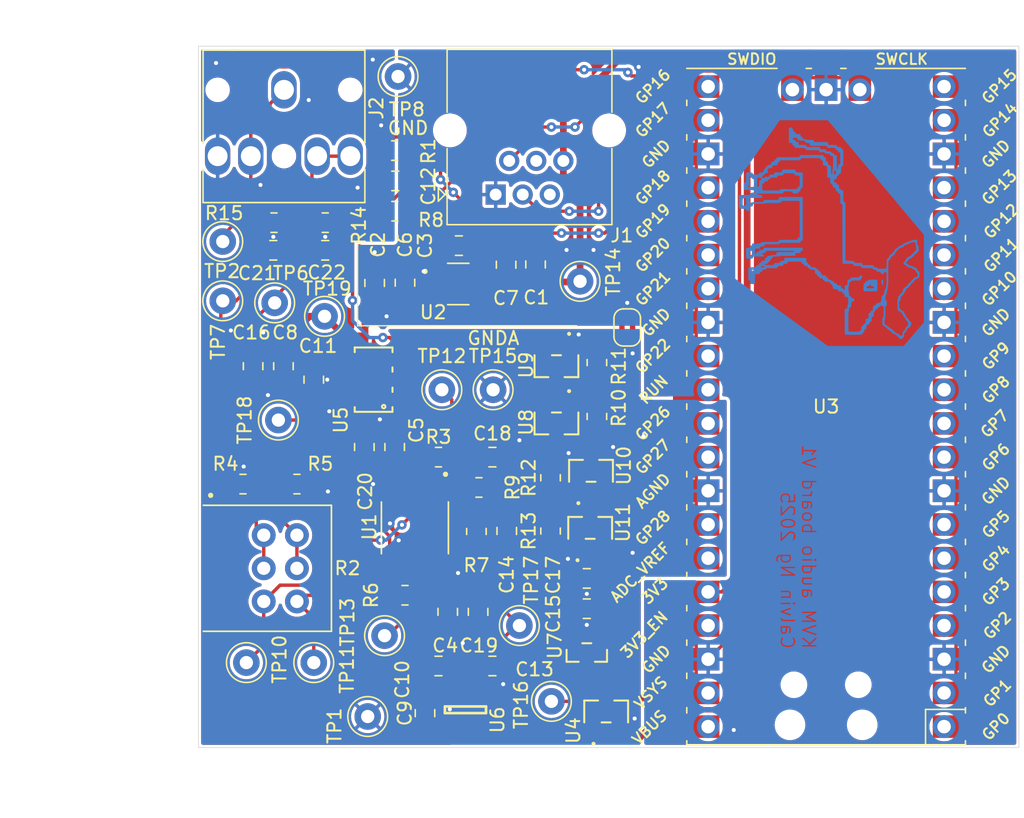
<source format=kicad_pcb>
(kicad_pcb (version 20240108) (generator "pcbnew") (generator_version "8.0")
  (layers (0 "F.Cu" signal) (31 "B.Cu" signal) (34 "B.Paste" user) (35 "F.Paste" user) (36 "B.SilkS" user "B.Silkscreen") (37 "F.SilkS" user "F.Silkscreen") (38 "B.Mask" user) (39 "F.Mask" user) (44 "Edge.Cuts" user))
  (net 0 "")
  (net 2 "+5V")
  (net 3 "/KVM_TX")
  (net 4 "GND")
  (net 5 "/KVM_RX")
  (net 6 "/TIP")
  (net 7 "/RING")
  (net 8 "-5V")
  (net 9 "Net-(U2-CAP+)")
  (net 11 "Net-(U2-CAP-)")
  (net 13 "/~{JACK_PRESENT}")
  (net 14 "GNDA")
  (net 15 "/ADC0")
  (net 16 "/ADC1")
  (net 17 "+3.3V")
  (net 18 "+2V5")
  (net 19 "-2V5")
  (net 20 "Net-(C14-Pad1)")
  (net 21 "+3V0")
  (net 22 "Net-(C18-Pad1)")
  (net 23 "Net-(R2-PadR1_1)")
  (net 24 "Net-(R2-PadR2_1)")
  (net 25 "/-IN_B")
  (net 26 "/-IN_A")
  (net 27 "/OUTA")
  (net 28 "/OUTB")
  (net 61 "Net-(U3-VSYS)")
  (net 63 "+3.3VA")
  (footprint "0805:C_0805_2012Metric_Pad1.18x1.45mm_HandSolder_3D" (layer "F.Cu") (at 119.395 89.7165 90)
    (property "Reference" "C6")
    (property "Value" "0.1u")
  )
  (footprint "LM4040CIM3X-3.0:DBZ3" (layer "F.Cu") (at 133.096 117.602 180)
    (property "Reference" "U7")
    (property "Value" "LM4040CIM3X-3.0/NOPB")
  )
  (footprint "MCU_RaspberryPi_and_Boards:RPi_Pico_SMD_TH" (layer "F.Cu") (at 151.13 99.06 180)
    (property "Reference" "U3")
    (property "Value" "Pico")
  )
  (footprint "Capacitor_SMD:C_0805_2012Metric_Pad1.18x1.45mm_HandSolder" (layer "F.Cu") (at 113.3856 87.2744 180)
    (property "Reference" "C22")
    (property "Value" "1n")
  )
  (footprint "0805:C_0805_2012Metric_Pad1.18x1.45mm_HandSolder_3D" (layer "F.Cu") (at 127.063497 108.4365 -90)
    (property "Reference" "C14")
    (property "Value" "47u")
  )
  (footprint "0805:R_0805_2012Metric_Pad1.20x1.40mm_HandSolder_3D" (layer "F.Cu") (at 124.968 105.156)
    (property "Reference" "R9")
    (property "Value" "200")
  )
  (footprint "TestPoint:TestPoint_Loop_D1.80mm_Drill1.0mm_Beaded" (layer "F.Cu") (at 109.5756 91.2368 -90)
    (property "Reference" "TP6")
    (property "Value" "TestPoint")
  )
  (footprint "0805:C_0805_2012Metric_Pad1.18x1.45mm_HandSolder_3D" (layer "F.Cu") (at 123.459 86.9225 180)
    (property "Reference" "C3")
    (property "Value" "4.7u")
  )
  (footprint "SJ1-3555NG-GR:CUI_SJ1-3555NG-GR" (layer "F.Cu") (at 110.276 75.176 -90)
    (property "Reference" "J2")
    (property "Value" "SJ1-3555NG-GR")
  )
  (footprint "TestPoint:TestPoint_Loop_D1.80mm_Drill1.0mm_Beaded" (layer "F.Cu") (at 118.872 74.168 180)
    (property "Reference" "TP8")
    (property "Value" "TestPoint")
  )
  (footprint "XC6901D251PR-G:SOT_D251PR-G_TOR" (layer "F.Cu") (at 117.03 97.028 90)
    (property "Reference" "U5")
    (property "Value" "XC6901D251PR-G")
  )
  (footprint "TestPoint:TestPoint_Loop_D1.80mm_Drill1.0mm_Beaded" (layer "F.Cu") (at 116.586 122.428 -90)
    (property "Reference" "TP1")
    (property "Value" "TestPoint")
  )
  (footprint "Resistor_SMD:R_0805_2012Metric_Pad1.20x1.40mm_HandSolder" (layer "F.Cu") (at 109.5248 85.1916)
    (property "Reference" "R15")
    (property "Value" "47k")
  )
  (footprint "0805:C_0805_2012Metric_Pad1.18x1.45mm_HandSolder_3D" (layer "F.Cu") (at 125.984 102.87)
    (property "Reference" "C18")
    (property "Value" "47u")
  )
  (footprint "0805:C_0805_2012Metric_Pad1.18x1.45mm_HandSolder_3D" (layer "F.Cu") (at 117.109 89.738 90)
    (property "Reference" "C2")
    (property "Value" "4.7u")
  )
  (footprint "0805:C_0805_2012Metric_Pad1.18x1.45mm_HandSolder_3D" (layer "F.Cu") (at 118.618 102.108 -90)
    (property "Reference" "C5")
    (property "Value" "0.1u")
  )
  (footprint "0805:C_0805_2012Metric_Pad1.18x1.45mm_HandSolder_3D" (layer "F.Cu") (at 133.096 114.3 180)
    (property "Reference" "C15")
    (property "Value" "0.1u")
  )
  (footprint "MTJ-662BX2:MTJ-662BX2" (layer "F.Cu") (at 126.228 83.072 180)
    (property "Reference" "J1")
    (property "Value" "6P6C")
  )
  (footprint "0805:C_0805_2012Metric_Pad1.18x1.45mm_HandSolder_3D" (layer "F.Cu") (at 110.236 96.012 -90)
    (property "Reference" "C8")
    (property "Value" "0.1u")
  )
  (footprint "0805:R_0805_2012Metric_Pad1.20x1.40mm_HandSolder_3D" (layer "F.Cu") (at 130.3655 108.442 90)
    (property "Reference" "R13")
    (property "Value" "10k")
  )
  (footprint "0805:R_0805_2012Metric_Pad1.20x1.40mm_HandSolder_3D" (layer "F.Cu") (at 121.92 102.87)
    (property "Reference" "R3")
    (property "Value" "47k")
  )
  (footprint "TestPoint:TestPoint_Loop_D1.80mm_Drill1.0mm_Beaded" (layer "F.Cu") (at 130.429 121.285 -90)
    (property "Reference" "TP16")
    (property "Value" "TestPoint")
  )
  (footprint "0805:R_0805_2012Metric_Pad1.20x1.40mm_HandSolder_3D" (layer "F.Cu") (at 133.858 99.806 -90)
    (property "Reference" "R10")
    (property "Value" "10k")
  )
  (footprint "TestPoint:TestPoint_Loop_D1.80mm_Drill1.0mm_Beaded" (layer "F.Cu") (at 105.664 86.614 90)
    (property "Reference" "TP2")
    (property "Value" "TestPoint")
  )
  (footprint "0805:R_0805_2012Metric_Pad1.20x1.40mm_HandSolder_3D" (layer "F.Cu") (at 118.634 84.328)
    (property "Reference" "R8")
    (property "Value" "2.2k")
  )
  (footprint "PTN16_A500120K1C2:POT_PTD902-2015K-B503" (layer "F.Cu") (at 111.252 111.252 -90)
    (property "Reference" "R2")
    (property "Value" "PTD902-2015K-B503")
  )
  (footprint "0805:R_0805_2012Metric_Pad1.20x1.40mm_HandSolder_3D" (layer "F.Cu") (at 107.188 104.902)
    (property "Reference" "R4")
    (property "Value" "2.2k")
  )
  (footprint "0805:R_0805_2012Metric_Pad1.20x1.40mm_HandSolder_3D" (layer "F.Cu") (at 118.618 79.756 180)
    (property "Reference" "R1")
    (property "Value" "47k")
  )
  (footprint "TestPoint:TestPoint_Loop_D1.80mm_Drill1.0mm_Beaded" (layer "F.Cu") (at 113.3348 92.2528 -90)
    (property "Reference" "TP19")
    (property "Value" "TestPoint")
  )
  (footprint "0805:R_0805_2012Metric_Pad1.20x1.40mm_HandSolder_3D" (layer "F.Cu") (at 111.252 104.902 180)
    (property "Reference" "R5")
    (property "Value" "2.2k")
  )
  (footprint "TLV74125PDBVR:DBV0005A_N" (layer "F.Cu") (at 123.952 121.92 90)
    (property "Reference" "U6")
    (property "Value" "TLV74125PDBVR")
  )
  (footprint "LME49721MAX_NOPB:SOIC127P599X175-8N" (layer "F.Cu") (at 120.142 108.204 -90)
    (property "Reference" "U1")
    (property "Value" "LME49721MA")
  )
  (footprint "0805:R_0805_2012Metric_Pad1.20x1.40mm_HandSolder_3D" (layer "F.Cu") (at 124.777498 108.474 90)
    (property "Reference" "R7")
    (property "Value" "200")
  )
  (footprint "TestPoint:TestPoint_Loop_D1.80mm_Drill1.0mm_Beaded" (layer "F.Cu") (at 107.442 118.364 90)
    (property "Reference" "TP10")
    (property "Value" "TestPoint")
  )
  (footprint "footprints:SOT-23-3_1P4X3P040_ONS" (layer "F.Cu") (at 133.35 108.204)
    (property "Reference" "U11")
    (property "Value" "BAT54LT1G")
  )
  (footprint "Capacitor_SMD:C_0805_2012Metric_Pad1.18x1.45mm_HandSolder" (layer "F.Cu") (at 109.474 87.2744 180)
    (property "Reference" "C21")
    (property "Value" "1n")
  )
  (footprint "footprints:SOT-23-3_1P4X3P040_ONS" (layer "F.Cu") (at 130.809998 100.33 180)
    (property "Reference" "U8")
    (property "Value" "BAT54LT1G")
  )
  (footprint "0805:C_0805_2012Metric_Pad1.18x1.45mm_HandSolder_3D" (layer "F.Cu") (at 116.332 102.108 -90)
    (property "Reference" "C20")
    (property "Value" "4.7u")
  )
  (footprint "0805:C_0805_2012Metric_Pad1.18x1.45mm_HandSolder_3D" (layer "F.Cu") (at 120.904 122.174 90)
    (property "Reference" "C9")
    (property "Value" "0.1u")
  )
  (footprint "footprints:SOT-23-3_1P4X3P040_ONS" (layer "F.Cu") (at 130.81 96.012 180)
    (property "Reference" "U9")
    (property "Value" "BAT54LT1G")
  )
  (footprint "TestPoint:TestPoint_Loop_D1.80mm_Drill1.0mm_Beaded" (layer "F.Cu") (at 105.664 91.0844 -90)
    (property "Reference" "TP7")
    (property "Value" "TestPoint")
  )
  (footprint "0805:R_0805_2012Metric_Pad1.20x1.40mm_HandSolder_3D" (layer "F.Cu") (at 119.396 113.284)
    (property "Reference" "R6")
    (property "Value" "47k")
  )
  (footprint "0805:C_0805_2012Metric_Pad1.18x1.45mm_HandSolder_3D" (layer "F.Cu") (at 118.664 82.042 180)
    (property "Reference" "C12")
    (property "Value" "4.7u")
  )
  (footprint "0805:R_0805_2012Metric_Pad1.20x1.40mm_HandSolder_3D" (layer "F.Cu") (at 133.858 95.742 -90)
    (property "Reference" "R11")
    (property "Value" "10k")
  )
  (footprint "0805:C_0805_2012Metric_Pad1.18x1.45mm_HandSolder_3D" (layer "F.Cu") (at 133.096 112.014 180)
    (property "Reference" "C17")
    (property "Value" "4.7u")
  )
  (footprint "TestPoint:TestPoint_Loop_D1.80mm_Drill1.0mm_Beaded" (layer "F.Cu") (at 126.0348 97.79 -90)
    (property "Reference" "TP15")
    (property "Value" "TestPoint")
  )
  (footprint "footprints:SOT-23-3_1P4X3P040_ONS" (layer "F.Cu") (at 133.413499 103.901998)
    (property "Reference" "U10")
    (property "Value" "BAT54LT1G")
  )
  (footprint "TestPoint:TestPoint_Loop_D1.80mm_Drill1.0mm_Beaded" (layer "F.Cu") (at 117.856 116.332 -90)
    (property "Reference" "TP13")
    (property "Value" "TestPoint")
  )
  (footprint "0805:C_0805_2012Metric_Pad1.18x1.45mm_HandSolder_3D" (layer "F.Cu") (at 107.95 96.012 -90)
    (property "Reference" "C16")
    (property "Value" "4.7u")
  )
  (footprint "0805:C_0805_2012Metric_Pad1.18x1.45mm_HandSolder_3D" (layer "F.Cu") (at 121.92 118.618 180)
    (property "Reference" "C10")
    (property "Value" "0.1u")
  )
  (footprint "TestPoint:TestPoint_Loop_D1.80mm_Drill1.0mm_Beaded" (layer "F.Cu") (at 109.855 100.076 -90)
    (property "Reference" "TP18")
    (property "Value" "TestPoint")
  )
  (footprint "TestPoint:TestPoint_Loop_D1.80mm_Drill1.0mm_Beaded" (layer "F.Cu") (at 112.522 118.364 90)
    (property "Reference" "TP11")
    (property "Value" "TestPoint")
  )
  (footprint "footprints:SOT-23-3_1P4X3P040_ONS" (layer "F.Cu") (at 134.5565 122.046999)
    (property "Reference" "U4")
    (property "Value" "BAT54LT1G")
  )
  (footprint "0805:C_0805_2012Metric_Pad1.18x1.45mm_HandSolder_3D" (layer "F.Cu") (at 122.618498 114.5375 -90)
    (property "Reference" "C4")
    (property "Value" "0.1u")
  )
  (footprint "Jumper:SolderJumper-2_P1.3mm_Bridged2Bar_RoundedPad1.0x1.5mm" (layer "F.Cu") (at 136.144 93.091 -90)
    (property "Reference" "JP1" (hide yes))
    (property "Value" "SolderJumper_2_Bridged")
  )
  (footprint "LM2664M6X_NOPB:SOT95P280X145-6N" (layer "F.Cu") (at 123.4082 89.8144)
    (property "Reference" "U2")
    (property "Value" "LM2664M6")
  )
  (footprint "0805:C_0805_2012Metric_Pad1.18x1.45mm_HandSolder_3D" (layer "F.Cu") (at 124.904498 114.5375 -90)
    (property "Reference" "C19")
    (property "Value" "4.7u")
  )
  (footprint "TestPoint:TestPoint_Loop_D1.80mm_Drill1.0mm_Beaded" (layer "F.Cu") (at 132.588 89.6112 90)
    (property "Reference" "TP14")
    (property "Value" "TestPoint")
  )
  (footprint "0805:C_0805_2012Metric_Pad1.18x1.45mm_HandSolder_3D" (layer "F.Cu") (at 129.2352 88.3412 90)
    (property "Reference" "C1")
    (property "Value" "4.7u")
  )
  (footprint "0805:C_0805_2012Metric_Pad1.18x1.45mm_HandSolder_3D" (layer "F.Cu") (at 112.522 97.028 90)
    (property "Reference" "C11")
    (property "Value" "0.1u")
  )
  (footprint "TestPoint:TestPoint_Loop_D1.80mm_Drill1.0mm_Beaded" (layer "F.Cu") (at 122.174 97.79 180)
    (property "Reference" "TP12")
    (property "Value" "TestPoint")
  )
  (footprint "TestPoint:TestPoint_Loop_D1.80mm_Drill1.0mm_Beaded" (layer "F.Cu") (at 128.016 115.57 90)
    (property "Reference" "TP17")
    (property "Value" "TestPoint")
  )
  (footprint "Resistor_SMD:R_0805_2012Metric_Pad1.20x1.40mm_HandSolder" (layer "F.Cu") (at 113.3856 85.1916)
    (property "Reference" "R14")
    (property "Value" "47k")
  )
  (footprint "0805:C_0805_2012Metric_Pad1.18x1.45mm_HandSolder_3D" (layer "F.Cu") (at 125.984 118.618)
    (property "Reference" "C13")
    (property "Value" "4.7u")
  )
  (footprint "0805:C_0805_2012Metric_Pad1.18x1.45mm_HandSolder_3D" (layer "F.Cu") (at 127.015 88.3627 90)
    (property "Reference" "C7")
    (property "Value" "0.1u")
  )
  (footprint "0805:R_0805_2012Metric_Pad1.20x1.40mm_HandSolder_3D" (layer "F.Cu") (at 130.365498 104.426002 90)
    (property "Reference" "R12")
    (property "Value" "10k")
  )
  (footprint "logo:robohorse" (layer "B.Cu") (at 151.4856 86.0552 90)
    (property "Reference" "G***" (hide yes))
    (property "Value" "LOGO" (hide yes))
  )
  (gr_line (start 115.824 92.964) (end 115.824 86.868) (stroke (width 0.1)) (layer "F.SilkS"))
  (gr_line (start 132.334 92.964) (end 115.824 92.964) (stroke (width 0.1)) (layer "F.SilkS"))
  (gr_rect (start 103.8352 71.882) (end 165.6588 124.7648) (stroke (width 0.05)) (fill none) (layer "Edge.Cuts"))
  (gr_text "KVM audio board V1\nCalvin Ng 2025" (at 147.6248 117.3988 -90) (layer "B.Cu" knockout) (effects (font (size 1 1) (thickness 0.1)) (justify left bottom mirror)))
  (gr_text "GND" (at 118.0084 78.6384 0) (layer "F.SilkS") (effects (font (size 1 1)) (justify left bottom)))
  (gr_text "GNDA" (at 124.0028 94.488 0) (layer "F.SilkS") (effects (font (size 1 1)) (justify left bottom)))
  (segment (start 132.842001 123.062999) (end 133.604 123.062999) (width 0.254) (layer "F.Cu") (net 2))
  (segment (start 139.192 121.92) (end 143.51 121.92) (width 0.4064) (layer "F.Cu") (net 2))
  (segment (start 132.588 83.058) (end 131.328 81.798) (width 0.508) (layer "F.Cu") (net 2))
  (segment (start 135.771 72.636) (end 131.328 77.079) (width 0.508) (layer "F.Cu") (net 2))
  (segment (start 133.604 124.177399) (end 133.604 123.062999) (width 0.508) (layer "F.Cu") (net 2))
  (segment (start 132.588 89.6112) (end 132.588 83.058) (width 0.508) (layer "F.Cu") (net 2))
  (segment (start 136.934601 124.177399) (end 133.604 124.177399) (width 0.508) (layer "F.Cu") (net 2))
  (segment (start 127.015 89.4002) (end 127.0365 89.3787) (width 0.508) (layer "F.Cu") (net 2))
  (segment (start 123.001999 123.295001) (end 120.987501 123.295001) (width 0.254) (layer "F.Cu") (net 2))
  (segment (start 127.015 89.4002) (end 126.057801 89.4002) (width 0.508) (layer "F.Cu") (net 2))
  (segment (start 145.18 120.25) (end 145.18 74.052289) (width 0.508) (layer "F.Cu") (net 2))
  (segment (start 123.001999 123.934) (end 123.001999 123.295001) (width 0.254) (layer "F.Cu") (net 2))
  (segment (start 129.2352 89.3787) (end 129.5185 89.662) (width 0.508) (layer "F.Cu") (net 2))
  (segment (start 124.901998 124.206) (end 131.699 124.206) (width 0.254) (layer "F.Cu") (net 2))
  (segment (start 125.643601 89.8144) (end 124.6632 89.8144) (width 0.508) (layer "F.Cu") (net 2))
  (segment (start 139.192 121.92) (end 136.934601 124.177399) (width 0.508) (layer "F.Cu") (net 2))
  (segment (start 143.51 121.92) (end 145.18 120.25) (width 0.508) (layer "F.Cu") (net 2))
  (segment (start 145.18 74.052289) (end 143.763711 72.636) (width 0.508) (layer "F.Cu") (net 2))
  (segment (start 127.0365 89.3787) (end 129.2352 89.3787) (width 0.508) (layer "F.Cu") (net 2))
  (segment (start 123.273999 124.206) (end 123.001999 123.934) (width 0.254) (layer "F.Cu") (net 2))
  (segment (start 132.5372 89.662) (end 132.588 89.6112) (width 0.508) (layer "F.Cu") (net 2))
  (segment (start 129.5185 89.662) (end 132.5372 89.662) (width 0.508) (layer "F.Cu") (net 2))
  (segment (start 143.763711 72.636) (end 135.771 72.636) (width 0.508) (layer "F.Cu") (net 2))
  (segment (start 124.901998 123.295001) (end 124.901998 124.206) (width 0.254) (layer "F.Cu") (net 2))
  (segment (start 124.901998 124.206) (end 123.273999 124.206) (width 0.254) (layer "F.Cu") (net 2))
  (segment (start 131.328 81.798) (end 131.328 80.532) (width 0.508) (layer "F.Cu") (net 2))
  (segment (start 126.057801 89.4002) (end 125.643601 89.8144) (width 0.508) (layer "F.Cu") (net 2))
  (segment (start 131.699 124.206) (end 132.842001 123.062999) (width 0.254) (layer "F.Cu") (net 2))
  (segment (start 120.987501 123.295001) (end 120.904 123.2115) (width 0.254) (layer "F.Cu") (net 2))
  (segment (start 124.6632 89.8144) (end 124.6632 90.764399) (width 0.508) (layer "F.Cu") (net 2))
  (segment (start 131.328 77.079) (end 131.328 80.532) (width 0.508) (layer "F.Cu") (net 2))
  (segment (start 133.985 82.55) (end 139.065 77.47) (width 0.254) (layer "F.Cu") (net 3))
  (segment (start 133.985 84.328) (end 133.985 82.55) (width 0.254) (layer "F.Cu") (net 3))
  (segment (start 131.7784 84.328) (end 129.524 84.328) (width 0.254) (layer "F.Cu") (net 3))
  (segment (start 139.065 77.47) (end 142.24 77.47) (width 0.254) (layer "F.Cu") (net 3))
  (segment (start 129.524 84.328) (end 128.268 83.072) (width 0.254) (layer "F.Cu") (net 3))
  (via (at 131.7784 84.328) (size 0.7112) (drill 0.3048) (layers "F.Cu" "B.Cu") (net 3))
  (via (at 133.985 84.328) (size 0.7112) (drill 0.3048) (layers "F.Cu" "B.Cu") (net 3))
  (segment (start 133.985 84.328) (end 131.7784 84.328) (width 0.254) (layer "B.Cu") (net 3))
  (segment (start 119.580401 88.864401) (end 119.395 88.679) (width 0.508) (layer "F.Cu") (net 4))
  (segment (start 119.395 88.679) (end 117.1305 88.679) (width 0.508) (layer "F.Cu") (net 4))
  (segment (start 144.599 74.292947) (end 143.605053 73.299) (width 0.254) (layer "F.Cu") (net 4))
  (segment (start 117.1305 88.679) (end 117.109 88.7005) (width 0.508) (layer "F.Cu") (net 4))
  (segment (start 142.24 118.11) (end 144.599 115.751) (width 0.254) (layer "F.Cu") (net 4))
  (segment (start 144.599 115.751) (end 144.599 74.292947) (width 0.254) (layer "F.Cu") (net 4))
  (segment (start 120.8024 88.864401) (end 119.580401 88.864401) (width 0.508) (layer "F.Cu") (net 4))
  (segment (start 120.8024 88.864401) (end 122.1532 88.864401) (width 0.508) (layer "F.Cu") (net 4))
  (segment (start 143.605053 73.299) (end 137.151273 73.299) (width 0.254) (layer "F.Cu") (net 4))
  (segment (start 137.151273 73.299) (end 137.004673 73.4456) (width 0.254) (layer "F.Cu") (net 4))
  (via (at 133.604 87.249) (size 0.7112) (drill 0.3048) (layers "F.Cu" "B.Cu") (net 4))
  (via (at 137.004673 73.4456) (size 0.7112) (drill 0.3048) (layers "F.Cu" "B.Cu") (net 4))
  (via (at 118.0084 92.2528) (size 0.7112) (drill 0.3048) (layers "F.Cu" "B.Cu") (net 4))
  (via (at 120.8024 88.864401) (size 0.7112) (drill 0.3048) (layers "F.Cu" "B.Cu") (net 4))
  (via (at 136.144 91.2368) (size 0.7112) (drill 0.3048) (layers "F.Cu" "B.Cu") (net 4))
  (via (at 117.109 87.417) (size 0.7112) (drill 0.3048) (layers "F.Cu" "B.Cu") (net 4))
  (via (at 144.1704 123.444) (size 0.7112) (drill 0.3048) (layers "F.Cu" "B.Cu") (net 4))
  (via (at 131.572 87.249) (size 0.7112) (drill 0.3048) (layers "F.Cu" "B.Cu") (net 4))
  (segment (start 129.802 77.978) (end 127.248 80.532) (width 0.254) (layer "F.Cu") (net 5))
  (segment (start 132.207 77.978) (end 135.255 74.93) (width 0.254) (layer "F.Cu") (net 5))
  (segment (start 130.429 77.978) (end 129.802 77.978) (width 0.254) (layer "F.Cu") (net 5))
  (segment (start 135.255 74.93) (end 142.24 74.93) (width 0.254) (layer "F.Cu") (net 5))
  (via (at 130.429 77.978) (size 0.7112) (drill 0.3048) (layers "F.Cu" "B.Cu") (net 5))
  (via (at 132.207 77.978) (size 0.7112) (drill 0.3048) (layers "F.Cu" "B.Cu") (net 5))
  (segment (start 130.429 77.978) (end 132.207 77.978) (width 0.254) (layer "B.Cu") (net 5))
  (segment (start 105.518 100.372053) (end 108.415947 103.27) (width 0.254) (layer "F.Cu") (net 6))
  (segment (start 110.4822 87.1298) (end 110.4822 85.1916) (width 0.254) (layer "F.Cu") (net 6))
  (segment (start 112.668 103.27) (end 118.237 108.839) (width 0.254) (layer "F.Cu") (net 6))
  (segment (start 110.474 87.2744) (end 110.474 87.138) (width 0.254) (layer "F.Cu") (net 6))
  (segment (start 109.222 83.9314) (end 109.222 76.23) (width 0.254) (layer "F.Cu") (net 6))
  (segment (start 106.664 91.0844) (end 110.474 87.2744) (width 0.254) (layer "F.Cu") (net 6))
  (segment (start 105.518 91.2304) (end 105.518 100.372053) (width 0.254) (layer "F.Cu") (net 6))
  (segment (start 110.474 87.138) (end 110.4822 87.1298) (width 0.254) (layer "F.Cu") (net 6))
  (segment (start 105.664 91.0844) (end 105.518 91.2304) (width 0.254) (layer "F.Cu") (net 6))
  (segment (start 110.4822 85.1916) (end 109.222 83.9314) (width 0.254) (layer "F.Cu") (net 6))
  (segment (start 118.237 108.839) (end 118.237 110.674) (width 0.254) (layer "F.Cu") (net 6))
  (segment (start 105.664 91.0844) (end 106.664 91.0844) (width 0.254) (layer "F.Cu") (net 6))
  (segment (start 108.415947 103.27) (end 112.668 103.27) (width 0.254) (layer "F.Cu") (net 6))
  (segment (start 109.222 76.23) (end 110.276 75.176) (width 0.254) (layer "F.Cu") (net 6))
  (segment (start 109.5756 90.8224) (end 112.3481 88.0499) (width 0.254) (layer "F.Cu") (net 7))
  (segment (start 113.044105 102.362) (end 108.792052 102.362) (width 0.254) (layer "F.Cu") (net 7))
  (segment (start 108.792052 102.362) (end 106.426 99.995948) (width 0.254) (layer "F.Cu") (net 7))
  (segment (start 112.3481 85.2291) (end 112.3856 85.1916) (width 0.254) (layer "F.Cu") (net 7))
  (segment (start 106.426 94.1324) (end 109.3216 91.2368) (width 0.254) (layer "F.Cu") (net 7))
  (segment (start 117.819305 107.1372) (end 113.044105 102.362) (width 0.254) (layer "F.Cu") (net 7))
  (segment (start 119.088799 107.1372) (end 117.819305 107.1372) (width 0.254) (layer "F.Cu") (net 7))
  (segment (start 109.3216 91.2368) (end 109.5756 91.2368) (width 0.254) (layer "F.Cu") (net 7))
  (segment (start 112.3856 80.5664) (end 112.776 80.176) (width 0.254) (layer "F.Cu") (net 7))
  (segment (start 112.3481 87.2744) (end 112.3481 85.2291) (width 0.254) (layer "F.Cu") (net 7))
  (segment (start 112.776 80.176) (end 115.276 80.176) (width 0.254) (layer "F.Cu") (net 7))
  (segment (start 119.507 105.734) (end 119.507 106.718999) (width 0.254) (layer "F.Cu") (net 7))
  (segment (start 109.5756 91.2368) (end 109.5756 90.8224) (width 0.254) (layer "F.Cu") (net 7))
  (segment (start 119.507 106.718999) (end 119.088799 107.1372) (width 0.254) (layer "F.Cu") (net 7))
  (segment (start 106.426 99.995948) (end 106.426 94.1324) (width 0.254) (layer "F.Cu") (net 7))
  (segment (start 112.3856 85.1916) (end 112.3856 80.5664) (width 0.254) (layer "F.Cu") (net 7))
  (segment (start 112.3481 88.0499) (end 112.3481 87.2744) (width 0.254) (layer "F.Cu") (net 7))
  (segment (start 116.3828 97.028) (end 119.0366 97.028) (width 0.508) (layer "F.Cu") (net 8))
  (segment (start 117.109 90.7755) (end 116.9194 90.9651) (width 0.508) (layer "F.Cu") (net 8))
  (segment (start 116.3828 92.7608) (end 116.3828 93.726) (width 0.508) (layer "F.Cu") (net 8))
  (segment (start 121.3156 89.8144) (end 122.1532 89.8144) (width 0.508) (layer "F.Cu") (net 8))
  (segment (start 119.395 90.754) (end 120.376 90.754) (width 0.508) (layer "F.Cu") (net 8))
  (segment (start 116.9194 90.9651) (end 116.9194 92.2242) (width 0.508) (layer "F.Cu") (net 8))
  (segment (start 110.236 94.226) (end 112.2092 92.2528) (width 0.508) (layer "F.Cu") (net 8))
  (segment (start 116.3828 93.726) (end 116.3828 97.028) (width 0.508) (layer "F.Cu") (net 8))
  (segment (start 110.236 94.9745) (end 107.95 94.9745) (width 0.508) (layer "F.Cu") (net 8))
  (segment (start 116.9194 92.2242) (end 116.3828 92.7608) (width 0.508) (layer "F.Cu") (net 8))
  (segment (start 120.376 90.754) (end 121.3156 89.8144) (width 0.508) (layer "F.Cu") (net 8))
  (segment (start 112.2092 92.2528) (end 113.3348 92.2528) (width 0.508) (layer "F.Cu") (net 8))
  (segment (start 114.808 93.726) (end 116.3828 93.726) (width 0.508) (layer "F.Cu") (net 8))
  (segment (start 110.236 94.9745) (end 110.236 94.226) (width 0.508) (layer "F.Cu") (net 8))
  (segment (start 113.3348 92.2528) (end 114.808 93.726) (width 0.508) (layer "F.Cu") (net 8))
  (segment (start 117.109 90.7755) (end 119.3735 90.7755) (width 0.508) (layer "F.Cu") (net 8))
  (segment (start 119.3735 90.7755) (end 119.395 90.754) (width 0.508) (layer "F.Cu") (net 8))
  (segment (start 116.84 97.028) (end 119.0366 97.028) (width 0.508) (layer "F.Cu") (net 8))
  (segment (start 124.4965 88.697701) (end 124.6632 88.864401) (width 0.508) (layer "F.Cu") (net 9))
  (segment (start 124.4965 86.9225) (end 124.4965 88.697701) (width 0.508) (layer "F.Cu") (net 9))
  (segment (start 123.459 87.96) (end 122.4215 86.9225) (width 0.508) (layer "F.Cu") (net 11))
  (segment (start 123.459 90.248998) (end 123.459 87.96) (width 0.508) (layer "F.Cu") (net 11))
  (segment (start 122.1532 90.764399) (end 122.943599 90.764399) (width 0.508) (layer "F.Cu") (net 11))
  (segment (start 122.943599 90.764399) (end 123.459 90.248998) (width 0.508) (layer "F.Cu") (net 11))
  (segment (start 107.776 74.596) (end 108.931 73.441) (width 0.254) (layer "F.Cu") (net 13))
  (segment (start 105.664 86.1568) (end 107.776 84.0448) (width 0.254) (layer "F.Cu") (net 13))
  (segment (start 134.4422 85.979) (end 137.8712 82.55) (width 0.254) (layer "F.Cu") (net 13))
  (segment (start 118.645 78.729) (end 117.618 79.756) (width 0.254) (layer "F.Cu") (net 13))
  (segment (start 105.664 86.614) (end 105.664 86.1568) (width 0.254) (layer "F.Cu") (net 13))
  (segment (start 133.985 85.979) (end 134.4422 85.979) (width 0.254) (layer "F.Cu") (net 13))
  (segment (start 122.072328 80.5874) (end 120.213928 78.729) (width 0.254) (layer "F.Cu") (net 13))
  (segment (start 131.191 85.979) (end 126.111 85.979) (width 0.254) (layer "F.Cu") (net 13))
  (segment (start 126.111 85.979) (end 123.037672 82.905672) (width 0.254) (layer "F.Cu") (net 13))
  (segment (start 122.072328 81.940328) (end 122.072328 80.5874) (width 0.254) (layer "F.Cu") (net 13))
  (segment (start 107.776 84.0448) (end 107.776 80.176) (width 0.254) (layer "F.Cu") (net 13))
  (segment (start 107.776 80.176) (end 107.776 74.596) (width 0.254) (layer "F.Cu") (net 13))
  (segment (start 108.931 73.441) (end 111.303 73.441) (width 0.254) (layer "F.Cu") (net 13))
  (segment (start 137.8712 82.55) (end 142.24 82.55) (width 0.254) (layer "F.Cu") (net 13))
  (segment (start 120.213928 78.729) (end 118.645 78.729) (width 0.254) (layer "F.Cu") (net 13))
  (segment (start 111.303 73.441) (end 117.618 79.756) (width 0.254) (layer "F.Cu") (net 13))
  (via (at 131.191 85.979) (size 0.7112) (drill 0.3048) (layers "F.Cu" "B.Cu") (net 13))
  (via (at 133.985 85.979) (size 0.7112) (drill 0.3048) (layers "F.Cu" "B.Cu") (net 13))
  (via (at 123.037672 82.905672) (size 0.7112) (drill 0.3048) (layers "F.Cu" "B.Cu") (net 13))
  (via (at 122.072328 81.940328) (size 0.7112) (drill 0.3048) (layers "F.Cu" "B.Cu") (net 13))
  (segment (start 122.072328 81.940328) (end 123.037672 82.905672) (width 0.254) (layer "B.Cu") (net 13))
  (segment (start 131.191 85.979) (end 133.985 85.979) (width 0.254) (layer "B.Cu") (net 13))
  (segment (start 118.871081 108.750451) (end 118.264228 108.143598) (width 0.254) (layer "F.Cu") (net 14))
  (segment (start 122.7709 121.8819) (end 122.0255 121.1365) (width 0.508) (layer "F.Cu") (net 14))
  (segment (start 123.952 122.301) (end 123.571 121.92) (width 0.508) (layer "F.Cu") (net 14))
  (segment (start 123.952 123.295001) (end 123.952 122.301) (width 0.508) (layer "F.Cu") (net 14))
  (segment (start 122.0255 121.1365) (end 120.904 121.1365) (width 0.508) (layer "F.Cu") (net 14))
  (segment (start 123.571 121.92) (end 122.809 121.92) (width 0.508) (layer "F.Cu") (net 14))
  (segment (start 118.264228 108.143598) (end 118.264228 107.8706) (width 0.254) (layer "F.Cu") (net 14))
  (segment (start 106.2736 93.3196) (end 105.972 93.6212) (width 0.254) (layer "F.Cu") (net 14))
  (segment (start 105.972 100.184) (end 108.604 102.816) (width 0.254) (layer "F.Cu") (net 14))
  (segment (start 118.871081 109.092081) (end 118.871081 108.750451) (width 0.254) (layer "F.Cu") (net 14))
  (segment (start 112.856052 102.816) (end 117.910652 107.8706) (width 0.254) (layer "F.Cu") (net 14))
  (segment (start 105.972 93.6212) (end 105.972 100.184) (width 0.254) (layer "F.Cu") (net 14))
  (segment (start 117.910652 107.8706) (end 118.264228 107.8706) (width 0.254) (layer "F.Cu") (net 14))
  (segment (start 122.809 121.92) (end 122.7709 121.8819) (width 0.508) (layer "F.Cu") (net 14))
  (segment (start 108.604 102.816) (end 112.856052 102.816) (width 0.254) (layer "F.Cu") (net 14))
  (segment (start 118.922257 109.143257) (end 118.871081 109.092081) (width 0.254) (layer "F.Cu") (net 14))
  (via (at 109.0676 98.1964) (size 0.7112) (drill 0.3048) (layers "F.Cu" "B.Cu") (net 14))
  (via (at 109.474 86.2584) (size 0.7112) (drill 0.3048) (layers "F.Cu" "B.Cu") (net 14))
  (via (at 116.967 72.898) (size 0.7112) (drill 0.3048) (layers "F.Cu" "B.Cu") (net 14))
  (via (at 118.922257 109.143257) (size 0.7112) (drill 0.3048) (layers "F.Cu" "B.Cu") (net 14))
  (via (at 123.3932 111.6076) (size 0.7112) (drill 0.3048) (layers "F.Cu" "B.Cu") (net 14))
  (via (at 123.7488 116.8908) (size 0.7112) (drill 0.3048) (layers "F.Cu" "B.Cu") (net 14))
  (via (at 122.7709 121.8819) (size 0.7112) (drill 0.3048) (layers "F.Cu" "B.Cu") (net 14))
  (via (at 108.712 93.472) (size 0.7112) (drill 0.3048) (layers "F.Cu" "B.Cu") (net 14))
  (via (at 107.2388 103.5812) (size 0.7112) (drill 0.3048) (layers "F.Cu" "B.Cu") (net 14))
  (via (at 131.6736 110.5408) (size 0.7112) (drill 0.3048) (layers "F.Cu" "B.Cu") (net 14))
  (via (at 105.156 73.152) (size 0.7112) (drill 0.3048) (layers "F.Cu" "B.Cu") (net 14))
  (via (at 136.5504 95.0468) (size 0.7112) (drill 0.3048) (layers "F.Cu" "B.Cu") (net 14))
  (via (at 137.3632 101.2952) (size 0.7112) (drill 0.3048) (layers "F.Cu" "B.Cu") (net 14))
  (via (at 117.5004 100.0252) (size 0.7112) (drill 0.3048) (layers "F.Cu" "B.Cu") (net 14))
  (via (at 118.264228 107.8706) (size 0.7112) (drill 0.3048) (layers "F.Cu" "B.Cu") (net 14))
  (via (at 113.5888 105.4608) (size 0.7112) (drill 0.3048) (layers "F.Cu" "B.Cu") (net 14))
  (via (at 126.7968 119.9896) (size 0.7112) (drill 0.3048) (layers "F.Cu" "B.Cu") (net 14))
  (via (at 106.2736 93.3196) (size 0.7112) (drill 0.3048) (layers "F.Cu" "B.Cu") (net 14))
  (via (at 135.0772 102.108) (size 0.7112) (drill 0.3048) (layers "F.Cu" "B.Cu") (net 14))
  (via (at 128.016 101.6) (size 0.7112) (drill 0.3048) (layers "F.Cu" "B.Cu") (net 14))
  (via (at 113.538 97.028) (size 0.7112) (drill 0.3048) (layers "F.Cu" "B.Cu") (net 14))
  (via (at 133.096 115.5192) (size 0.7112) (drill 0.3048) (layers "F.Cu" "B.Cu") (net 14))
  (via (at 108.5088 82.3468) (size 0.7112) (drill 0.3048) (layers "F.Cu" "B.Cu") (net 14))
  (via (at 117.602 77.851) (size 0.7112) (drill 0.3048) (layers "F.Cu" "B.Cu") (net 14))
  (via (at 133.096 113.1824) (size 0.7112) (drill 0.3048) (layers "F.Cu" "B.Cu") (net 14))
  (via (at 136.7028 122.5804) (size 0.7112) (drill 0.3048) (layers "F.Cu" "B.Cu") (net 14))
  (via (at 131.7244 102.5652) (size 0.7112) (drill 0.3048) (layers "F.Cu" "B.Cu") (net 14))
  (via (at 136.5504 110.0836) (size 0.7112) (drill 0.3048) (layers "F.Cu" "B.Cu") (net 14))
  (via (at 113.6904 99.4156) (size 0.7112) (drill 0.3048) (layers "F.Cu" "B.Cu") (net 14))
  (via (at 116.9924 104.902) (size 0.7112) (drill 0.3048) (layers "F.Cu" "B.Cu") (net 14))
  (via (at 113.3856 86.2584) (size 0.7112) (drill 0.3048) (layers "F.Cu" "B.Cu") (net 14))
  (via (at 132.4864 93.6244) (size 0.7112) (drill 0.3048) (layers "F.Cu" "B.Cu") (net 14))
  (via (at 112.141 75.946) (size 0.7112) (drill 0.3048) (layers "F.Cu" "B.Cu") (net 14))
  (via (at 115.824 82.55) (size 0.7112) (drill 0.3048) (layers "F.Cu" "B.Cu") (net 14))
  (segment (start 130.81 98.361502) (end 131.762498 99.314) (width 0.254) (layer "F.Cu") (net 15))
  (segment (start 130.549699 97.027999) (end 130.81 97.027999) (width 0.254) (layer "F.Cu") (net 15))
  (segment (start 133.572001 97.027999) (end 133.858 96.742) (width 0.254) (layer "F.Cu") (net 15))
  (segment (start 134.62 98.806) (end 136.144 100.33) (width 0.254) (layer "F.Cu") (net 15))
  (segment (start 130.81 97.027999) (end 130.81 98.361502) (width 0.254) (layer "F.Cu") (net 15))
  (segment (start 130.81 97.027999) (end 133.572001 97.027999) (width 0.254) (layer "F.Cu") (net 15))
  (segment (start 133.858 98.806) (end 134.62 98.806) (width 0.254) (layer "F.Cu") (net 15))
  (segment (start 127.0215 102.87) (end 127.0215 100.556198) (width 0.254) (layer "F.Cu") (net 15))
  (segment (start 136.144 100.33) (end 142.24 100.33) (width 0.254) (layer "F.Cu") (net 15))
  (segment (start 133.858 96.742) (end 133.858 98.806) (width 0.254) (layer "F.Cu") (net 15))
  (segment (start 127.0215 100.556198) (end 130.549699 97.027999) (width 0.254) (layer "F.Cu") (net 15))
  (segment (start 132.305401 100.358599) (end 130.273401 100.358599) (width 0.254) (layer "F.Cu") (net 16))
  (segment (start 131.952995 105.426002) (end 132.460999 104.917998) (width 0.254) (layer "F.Cu") (net 16))
  (segment (start 133.35 107.188) (end 130.6195 107.188) (width 0.254) (layer "F.Cu") (net 16))
  (segment (start 130.6195 107.188) (end 130.3655 107.442) (width 0.254) (layer "F.Cu") (net 16))
  (segment (start 128.778 104.394) (end 129.810002 105.426002) (width 0.254) (layer "F.Cu") (net 16))
  (segment (start 130.273401 100.358599) (end 128.778 101.854) (width 0.254) (layer "F.Cu") (net 16))
  (segment (start 132.842 99.822) (end 132.305401 100.358599) (width 0.254) (layer "F.Cu") (net 16))
  (segment (start 134.62 99.822) (end 132.842 99.822) (width 0.254) (layer "F.Cu") (net 16))
  (segment (start 130.3655 105.426004) (end 130.365498 105.426002) (width 0.254) (layer "F.Cu") (net 16))
  (segment (start 130.365498 105.426002) (end 131.952995 105.426002) (width 0.254) (layer "F.Cu") (net 16))
  (segment (start 130.3655 107.442) (end 130.3655 105.426004) (width 0.254) (layer "F.Cu") (net 16))
  (segment (start 127.063497 109.474) (end 128.3335 109.474) (width 0.254) (layer "F.Cu") (net 16))
  (segment (start 128.3335 109.474) (end 130.3655 107.442) (width 0.254) (layer "F.Cu") (net 16))
  (segment (start 128.778 101.854) (end 128.778 104.394) (width 0.254) (layer "F.Cu") (net 16))
  (segment (start 142.24 102.87) (end 137.668 102.87) (width 0.254) (layer "F.Cu") (net 16))
  (segment (start 129.810002 105.426002) (end 130.365498 105.426002) (width 0.254) (layer "F.Cu") (net 16))
  (segment (start 137.668 102.87) (end 134.62 99.822) (width 0.254) (layer "F.Cu") (net 16))
  (segment (start 137.287416 74.1282) (end 137.662616 73.753) (width 0.254) (layer "F.Cu") (net 17))
  (segment (start 143.256 113.03) (end 142.24 113.03) (width 0.254) (layer "F.Cu") (net 17))
  (segment (start 132.8928 73.66) (end 131.318 73.66) (width 0.254) (layer "F.Cu") (net 17))
  (segment (start 144.145 112.141) (end 143.256 113.03) (width 0.254) (layer "F.Cu") (net 17))
  (segment (start 136.4598 74.1282) (end 137.287416 74.1282) (width 0.254) (layer "F.Cu") (net 17))
  (segment (start 137.662616 73.753) (end 143.417 73.753) (width 0.254) (layer "F.Cu") (net 17))
  (segment (start 144.145 74.481) (end 144.145 112.141) (width 0.254) (layer "F.Cu") (net 17))
  (segment (start 143.417 73.753) (end 144.145 74.481) (width 0.254) (layer "F.Cu") (net 17))
  (segment (start 131.318 73.66) (end 120.65 84.328) (width 0.254) (layer "F.Cu") (net 17))
  (segment (start 120.65 84.328) (end 119.634 84.328) (width 0.254) (layer "F.Cu") (net 17))
  (segment (start 136.1948 73.8632) (end 136.4598 74.1282) (width 0.254) (layer "F.Cu") (net 17))
  (via (at 136.1948 73.8632) (size 0.7112) (drill 0.3048) (layers "F.Cu" "B.Cu") (net 17))
  (via (at 132.8928 73.66) (size 0.7112) (drill 0.3048) (layers "F.Cu" "B.Cu") (net 17))
  (segment (start 136.1948 73.8632) (end 135.9916 73.66) (width 0.254) (layer "B.Cu") (net 17))
  (segment (start 135.9916 73.66) (end 132.8928 73.66) (width 0.254) (layer "B.Cu") (net 17))
  (segment (start 122.618498 113.5) (end 124.904498 113.5) (width 0.254) (layer "F.Cu") (net 18))
  (segment (start 127.762 115.57) (end 124.9465 118.3855) (width 0.254) (layer "F.Cu") (net 18))
  (segment (start 125.946 113.5) (end 128.016 115.57) (width 0.254) (layer "F.Cu") (net 18))
  (segment (start 122.9575 118.618) (end 122.9575 120.500502) (width 0.254) (layer "F.Cu") (net 18))
  (segment (start 124.904498 113.5) (end 125.946 113.5) (width 0.254) (layer "F.Cu") (net 18))
  (segment (start 124.9465 118.3855) (end 124.9465 118.618) (width 0.254) (layer "F.Cu") (net 18))
  (segment (start 122.9575 120.500502) (end 123.001999 120.545001) (width 0.254) (layer "F.Cu") (net 18))
  (segment (start 122.047 112.928502) (end 122.618498 113.5) (width 0.254) (layer "F.Cu") (net 18))
  (segment (start 128.016 115.57) (end 127.762 115.57) (width 0.254) (layer "F.Cu") (net 18))
  (segment (start 122.047 110.674) (end 122.047 112.928502) (width 0.254) (layer "F.Cu") (net 18))
  (segment (start 124.9465 118.618) (end 122.9575 118.618) (width 0.254) (layer "F.Cu") (net 18))
  (segment (start 112.9831 98.5266) (end 115.0234 98.5266) (width 0.254) (layer "F.Cu") (net 19))
  (segment (start 112.522 99.187) (end 112.522 98.0655) (width 0.254) (layer "F.Cu") (net 19))
  (segment (start 118.237 103.5265) (end 118.618 103.1455) (width 0.254) (layer "F.Cu") (net 19))
  (segment (start 116.332 103.1455) (end 115.0234 101.8369) (width 0.254) (layer "F.Cu") (net 19))
  (segment (start 109.855 100.076) (end 111.633 100.076) (width 0.254) (layer "F.Cu") (net 19))
  (segment (start 118.237 105.734) (end 118.237 103.5265) (width 0.254) (layer "F.Cu") (net 19))
  (segment (start 115.0234 101.8369) (end 115.0234 98.5266) (width 0.254) (layer "F.Cu") (net 19))
  (segment (start 118.618 103.1455) (end 116.332 103.1455) (width 0.254) (layer "F.Cu") (net 19))
  (segment (start 112.522 98.0655) (end 112.9831 98.5266) (width 0.254) (layer "F.Cu") (net 19))
  (segment (start 111.633 100.076) (end 112.522 99.187) (width 0.254) (layer "F.Cu") (net 19))
  (segment (start 126.988497 107.474) (end 127.063497 107.399) (width 0.254) (layer "F.Cu") (net 20))
  (segment (start 124.777498 107.474) (end 126.988497 107.474) (width 0.254) (layer "F.Cu") (net 20))
  (segment (start 134.1335 114.3) (end 134.1335 115.723498) (width 0.254) (layer "F.Cu") (net 21))
  (segment (start 133.858 100.806) (end 133.858 102.441497) (width 0.254) (layer "F.Cu") (net 21))
  (segment (start 133.111998 102.885998) (end 131.571999 101.345999) (width 0.254) (layer "F.Cu") (net 21))
  (segment (start 130.429 121.285) (end 131.953 121.285) (width 0.254) (layer "F.Cu") (net 21))
  (segment (start 135.636 112.014) (end 136.0424 112.014) (width 0.254) (layer "F.Cu") (net 21))
  (segment (start 135.636 104.575099) (end 135.636 112.014) (width 0.254) (layer "F.Cu") (net 21))
  (segment (start 131.571999 101.345999) (end 130.809998 101.345999) (width 0.254) (layer "F.Cu") (net 21))
  (segment (start 133.413499 102.885998) (end 133.111998 102.885998) (width 0.254) (layer "F.Cu") (net 21))
  (segment (start 137.5664 110.49) (end 142.24 110.49) (width 0.254) (layer "F.Cu") (net 21))
  (segment (start 134.366 114.0675) (end 134.366 112.2465) (width 0.254) (layer "F.Cu") (net 21))
  (segment (start 136.0424 112.014) (end 137.5664 110.49) (width 0.254) (layer "F.Cu") (net 21))
  (segment (start 133.946899 102.885998) (end 135.636 104.575099) (width 0.254) (layer "F.Cu") (net 21))
  (segment (start 130.809998 102.981502) (end 130.365498 103.426002) (width 0.254) (layer "F.Cu") (net 21))
  (segment (start 130.809998 101.345999) (end 130.809998 102.981502) (width 0.254) (layer "F.Cu") (net 21))
  (segment (start 133.858 102.441497) (end 133.413499 102.885998) (width 0.254) (layer "F.Cu") (net 21))
  (segment (start 134.1335 112.014) (end 135.636 112.014) (width 0.254) (layer "F.Cu") (net 21))
  (segment (start 134.046001 119.191999) (end 134.046001 116.586) (width 0.254) (layer "F.Cu") (net 21))
  (segment (start 134.1335 114.3) (end 134.366 114.0675) (width 0.254) (layer "F.Cu") (net 21))
  (segment (start 133.413499 102.885998) (end 133.946899 102.885998) (width 0.254) (layer "F.Cu") (net 21))
  (segment (start 134.1335 115.723498) (end 134.046001 115.810997) (width 0.254) (layer "F.Cu") (net 21))
  (segment (start 131.953 121.285) (end 134.046001 119.191999) (width 0.254) (layer "F.Cu") (net 21))
  (segment (start 134.046001 115.810997) (end 134.046001 116.586) (width 0.254) (layer "F.Cu") (net 21))
  (segment (start 134.366 112.2465) (end 134.1335 112.014) (width 0.254) (layer "F.Cu") (net 21))
  (segment (start 125.968 104.5812) (end 125.968 105.156) (width 0.254) (layer "F.Cu") (net 22))
  (segment (start 124.9465 102.87) (end 124.9465 103.5597) (width 0.254) (layer "F.Cu") (net 22))
  (segment (start 124.9465 103.5597) (end 125.968 104.5812) (width 0.254) (layer "F.Cu") (net 22))
  (segment (start 108.752 111.252) (end 108.752 108.752) (width 0.254) (layer "F.Cu") (net 23))
  (segment (start 108.188 108.188) (end 108.188 104.902) (width 0.254) (layer "F.Cu") (net 23))
  (segment (start 108.752 108.752) (end 108.188 108.188) (width 0.254) (layer "F.Cu") (net 23))
  (segment (start 110.236 104.918) (end 110.236 107.736) (width 0.254) (layer "F.Cu") (net 24))
  (segment (start 110.252 104.902) (end 110.236 104.918) (width 0.254) (layer "F.Cu") (net 24))
  (segment (start 110.236 107.736) (end 111.252 108.752) (width 0.254) (layer "F.Cu") (net 24))
  (segment (start 111.252 108.752) (end 111.252 111.252) (width 0.254) (layer "F.Cu") (net 24))
  (segment (start 118.396 113.023999) (end 118.396 113.284) (width 0.254) (layer "F.Cu") (net 25))
  (segment (start 119.507 111.912999) (end 118.396 113.023999) (width 0.254) (layer "F.Cu") (net 25))
  (segment (start 112.522 118.364) (end 112.522 115.022) (width 0.254) (layer "F.Cu") (net 25))
  (segment (start 118.396 113.284) (end 111.72 113.284) (width 0.254) (layer "F.Cu") (net 25))
  (segment (start 111.72 113.284) (end 111.252 113.752) (width 0.254) (layer "F.Cu") (net 25))
  (segment (start 119.507 110.674) (end 119.507 111.912999) (width 0.254) (layer "F.Cu") (net 25))
  (segment (start 112.522 115.022) (end 111.252 113.752) (width 0.254) (layer "F.Cu") (net 25))
  (segment (start 109.979 112.525) (end 108.752 113.752) (width 0.254) (layer "F.Cu") (net 26))
  (segment (start 108.752 117.054) (end 108.752 113.752) (width 0.254) (layer "F.Cu") (net 26))
  (segment (start 113.027 112.525) (end 109.979 112.525) (width 0.254) (layer "F.Cu") (net 26))
  (segment (start 107.442 118.364) (end 108.752 117.054) (width 0.254) (layer "F.Cu") (net 26))
  (segment (start 120.777 105.734) (end 120.777 103.013) (width 0.254) (layer "F.Cu") (net 26))
  (segment (start 120.777 106.369366) (end 120.777 105.734) (width 0.254) (layer "F.Cu") (net 26))
  (segment (start 117.5544 109.131172) (end 116.420828 109.131172) (width 0.254) (layer "F.Cu") (net 26))
  (segment (start 116.420828 109.131172) (end 113.027 112.525) (width 0.254) (layer "F.Cu") (net 26))
  (segment (start 120.777 103.013) (end 120.92 102.87) (width 0.254) (layer "F.Cu") (net 26))
  (segment (start 119.169174 107.977192) (end 120.777 106.369366) (width 0.254) (layer "F.Cu") (net 26))
  (via (at 119.169174 107.977192) (size 0.7112) (drill 0.3048) (layers "F.Cu" "B.Cu") (net 26))
  (via (at 117.5544 109.131172) (size 0.7112) (drill 0.3048) (layers "F.Cu" "B.Cu") (net 26))
  (segment (start 119.122979 107.977192) (end 117.968999 109.131172) (width 0.254) (layer "B.Cu") (net 26))
  (segment (start 119.169174 107.977192) (end 119.122979 107.977192) (width 0.254) (layer "B.Cu") (net 26))
  (segment (start 117.968999 109.131172) (end 117.5544 109.131172) (width 0.254) (layer "B.Cu") (net 26))
  (segment (start 122.92 104.108) (end 123.968 105.156) (width 0.254) (layer "F.Cu") (net 27))
  (segment (start 122.92 98.536) (end 122.174 97.79) (width 0.254) (layer "F.Cu") (net 27))
  (segment (start 122.92 102.87) (end 122.92 104.108) (width 0.254) (layer "F.Cu") (net 27))
  (segment (start 123.968 105.156) (end 122.625 105.156) (width 0.254) (layer "F.Cu") (net 27))
  (segment (start 122.92 102.87) (end 122.92 98.536) (width 0.254) (layer "F.Cu") (net 27))
  (segment (start 122.625 105.156) (end 122.047 105.734) (width 0.254) (layer "F.Cu") (net 27))
  (segment (start 117.856 116.332) (end 118.11 116.332) (width 0.254) (layer "F.Cu") (net 28))
  (segment (start 118.11 116.332) (end 120.396 114.046) (width 0.254) (layer "F.Cu") (net 28))
  (segment (start 120.396 114.046) (end 120.396 113.284) (width 0.254) (layer "F.Cu") (net 28))
  (segment (start 120.777 110.674) (end 120.777 109.943001) (width 0.254) (layer "F.Cu") (net 28))
  (segment (start 121.500001 109.22) (end 124.523498 109.22) (width 0.254) (layer "F.Cu") (net 28))
  (segment (start 120.396 113.284) (end 120.777 112.903) (width 0.254) (layer "F.Cu") (net 28))
  (segment (start 124.523498 109.22) (end 124.777498 109.474) (width 0.254) (layer "F.Cu") (net 28))
  (segment (start 120.777 112.903) (end 120.777 110.674) (width 0.254) (layer "F.Cu") (net 28))
  (segment (start 120.777 109.943001) (end 121.500001 109.22) (width 0.254) (layer "F.Cu") (net 28))
  (segment (start 134.5565 121.031) (end 141.859 121.031) (width 0.508) (layer "F.Cu") (net 61))
  (segment (start 141.859 121.031) (end 142.24 120.65) (width 0.508) (layer "F.Cu") (net 61))
  (segment (start 115.443 91.059) (end 115.443 86.519) (width 0.254) (layer "F.Cu") (net 63))
  (segment (start 119.618 81.9585) (end 119.7015 82.042) (width 0.254) (layer "F.Cu") (net 63))
  (segment (start 119.7015 82.2605) (end 117.634 84.328) (width 0.254) (layer "F.Cu") (net 63))
  (segment (start 119.618 79.756) (end 119.618 81.9585) (width 0.254) (layer "F.Cu") (net 63))
  (segment (start 119.7015 82.042) (end 119.7015 82.2605) (width 0.254) (layer "F.Cu") (net 63))
  (segment (start 118.237 93.853) (end 119.0366 94.6526) (width 0.254) (layer "F.Cu") (net 63))
  (segment (start 117.729 93.853) (end 118.237 93.853) (width 0.254) (layer "F.Cu") (net 63))
  (segment (start 119.0366 94.6526) (end 119.0366 95.5294) (width 0.254) (layer "F.Cu") (net 63))
  (segment (start 115.443 86.519) (end 117.634 84.328) (width 0.254) (layer "F.Cu") (net 63))
  (via (at 115.443 91.059) (size 0.7112) (drill 0.3048) (layers "F.Cu" "B.Cu") (net 63))
  (via (at 117.729 93.853) (size 0.7112) (drill 0.3048) (layers "F.Cu" "B.Cu") (net 63))
  (segment (start 115.443 92.583) (end 115.443 91.059) (width 0.254) (layer "B.Cu") (net 63))
  (segment (start 116.713 93.853) (end 115.443 92.583) (width 0.254) (layer "B.Cu") (net 63))
  (segment (start 117.729 93.853) (end 116.713 93.853) (width 0.254) (layer "B.Cu") (net 63))
  (zone (net 0) (net_name "") (layer "F.Cu") (connect_pads (clearance 0)) (min_thickness 0.254)
    (keepout (tracks not_allowed) (vias not_allowed) (pads not_allowed) (copperpour not_allowed) (footprints allowed))
    (fill (thermal_gap 0.254) (thermal_bridge_width 0.254) (island_removal_mode 2) (island_area_min 9.999999))
    (polygon (pts (xy 154.7368 110.49) (xy 152.5524 110.49) (xy 152.5524 112.6236) (xy 154.7368 112.6236)))
  )
  (zone (net 0) (net_name "") (layer "F.Cu") (connect_pads (clearance 0)) (min_thickness 0.254)
    (keepout (tracks allowed) (vias allowed) (pads allowed) (copperpour not_allowed) (footprints allowed))
    (fill (thermal_gap 0.254) (thermal_bridge_width 0.254) (island_removal_mode 2) (island_area_min 9.999999))
    (polygon (pts (xy 154.94 119.1768) (xy 147.32 119.1768) (xy 147.32 124.0536) (xy 154.94 124.0536)))
  )
  (zone (net 0) (net_name "") (layer "F.Cu") (connect_pads (clearance 0)) (min_thickness 0.254)
    (keepout (tracks not_allowed) (vias not_allowed) (pads not_allowed) (copperpour not_allowed) (footprints allowed))
    (fill (thermal_gap 0.254) (thermal_bridge_width 0.254) (island_removal_mode 2) (island_area_min 9.999999))
    (polygon (pts (xy 154.7368 115.4684) (xy 152.5524 115.4684) (xy 152.5524 117.6528) (xy 154.7368 117.6528)))
  )
  (zone (net 0) (net_name "") (layer "F.Cu") (connect_pads (clearance 0)) (min_thickness 0.254)
    (keepout (tracks not_allowed) (vias not_allowed) (pads not_allowed) (copperpour not_allowed) (footprints allowed))
    (fill (thermal_gap 0.254) (thermal_bridge_width 0.254) (island_removal_mode 2) (island_area_min 9.999999))
    (polygon (pts (xy 154.7368 112.9792) (xy 152.5524 112.9792) (xy 152.5524 115.1636) (xy 154.7368 115.1636)))
  )
  (zone (net 4) (net_name "GND") (layers "F&B.Cu") (priority 1) (connect_pads (clearance 0.254)) (min_thickness 0.254) (fill yes (thermal_gap 0.254) (thermal_bridge_width 0.254) (island_removal_mode 2) (island_area_min 9.999999))
    (polygon (pts (xy 118.618 72.136) (xy 118.618 86.614) (xy 115.57 86.614) (xy 115.57 93.218) (xy 137.16 93.218) (xy 137.16 98.552) (xy 143.637 98.552) (xy 143.637 111.887) (xy 137.16 111.887) (xy 137.16 124.714) (xy 165.608 124.714) (xy 165.608 72.136)))
  )
  (zone (net 14) (net_name "GNDA") (layers "F&B.Cu") (priority 10) (connect_pads (clearance 0.254)) (min_thickness 0.254) (fill yes (thermal_gap 0.254) (thermal_bridge_width 0.254) (island_removal_mode 2) (island_area_min 9.999999))
    (polygon (pts (xy 103.886 124.714) (xy 137.16 124.714) (xy 137.16 111.887) (xy 143.637 111.887) (xy 143.637 98.552) (xy 137.16 98.552) (xy 137.16 93.218) (xy 115.57 93.218) (xy 115.57 86.614) (xy 118.618 86.614) (xy 118.618 72.136) (xy 103.886 72.136)))
  )
  (zone (net 0) (net_name "") (layer "B.Cu") (connect_pads (clearance 0)) (min_thickness 0.25)
    (keepout (tracks allowed) (vias allowed) (pads allowed) (copperpour not_allowed) (footprints allowed))
    (fill (thermal_gap 0.5) (thermal_bridge_width 0.5))
    (polygon (pts (xy 144.272 82.296) (xy 147.6375 77.47) (xy 151.257 77.47) (xy 158.496 86.106) (xy 158.496 92.71) (xy 156.972 94.488) (xy 151.257 94.488) (xy 144.272 89.408)))
  )
)
</source>
